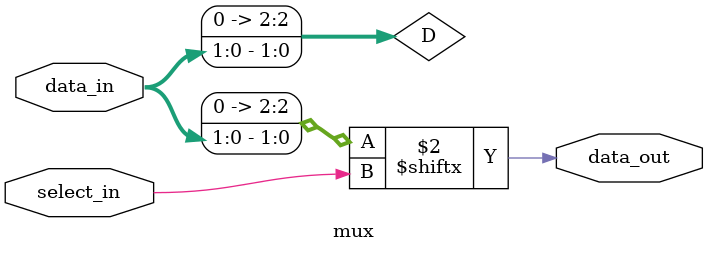
<source format=v>
`timescale 1ns / 1ps

module mux
#(parameter NUM_INPUTS = 2, parameter NUM_OUTPUTS = 1)
(
input [(NUM_INPUTS-1):0] data_in,
input [$clog2(NUM_INPUTS)-1:0] select_in,
output data_out
);
reg [NUM_INPUTS:0] D;
always @ (D)
begin
D <= data_in;
end
assign data_out = D[select_in];
endmodule

</source>
